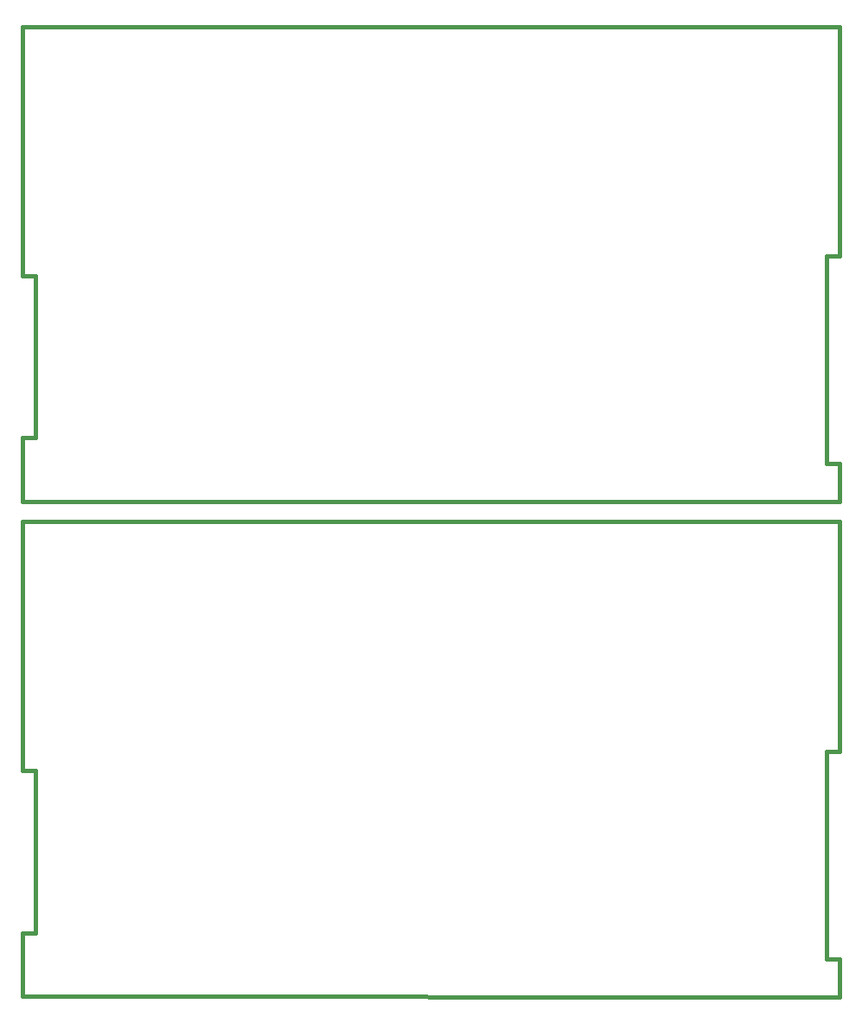
<source format=gm1>
%MOIN*%
%OFA0B0*%
%FSLAX46Y46*%
%IPPOS*%
%LPD*%
%ADD10C,0.015000000000000001*%
%ADD21C,0.015000000000000001*%
%LPD*%
G01*
D10*
X0003150000Y0000945708D02*
X0003149606Y0001830708D01*
X0003150000Y0000145708D02*
X0003149606Y0000000000D01*
X0003100000Y0000145708D02*
X0003150000Y0000145708D01*
X0003100000Y0000945708D02*
X0003100000Y0000145708D01*
X0003150000Y0000945708D02*
X0003100000Y0000945708D01*
X0000000000Y0000245708D02*
X0000000000Y0000000708D01*
X0000000000Y0000870708D02*
X0000000000Y0001830708D01*
X0000050000Y0000870708D02*
X0000000000Y0000870708D01*
X0000050000Y0000245708D02*
X0000050000Y0000870708D01*
X0000000000Y0000245708D02*
X0000050000Y0000245708D01*
X0003149606Y0000000000D02*
X0000000000Y0000000708D01*
X0000000000Y0001830708D02*
X0002992125Y0001830708D01*
X0000000000Y0001062992D02*
X0000000000Y0001830708D01*
X0003149606Y0001830708D02*
X0002992125Y0001830708D01*
G04 next file*
%LPD*%
G04 #@! TF.GenerationSoftware,KiCad,Pcbnew,(5.1.10)-1*
G04 #@! TF.CreationDate,2021-09-22T18:51:58-04:00*
G04 #@! TF.ProjectId,SSB6,53534236-2e6b-4696-9361-645f70636258,1*
G04 #@! TF.SameCoordinates,PX8c7ecc0PY46649b0*
G04 #@! TF.FileFunction,Profile,NP*
G04 Gerber Fmt 4.6, Leading zero omitted, Abs format (unit mm)*
G04 Created by KiCad (PCBNEW (5.1.10)-1) date 2021-09-22 18:51:58*
G01*
G04 APERTURE LIST*
G04 #@! TA.AperFunction,Profile*
G04 #@! TD*
G04 APERTURE END LIST*
D21*
X0003150000Y0002855157D02*
X0003149606Y0003740157D01*
X0003150000Y0002055157D02*
X0003149606Y0001909448D01*
X0003100000Y0002055157D02*
X0003150000Y0002055157D01*
X0003100000Y0002855157D02*
X0003100000Y0002055157D01*
X0003150000Y0002855157D02*
X0003100000Y0002855157D01*
X0000000000Y0002155157D02*
X0000000000Y0001910157D01*
X0000000000Y0002780157D02*
X0000000000Y0003740157D01*
X0000050000Y0002780157D02*
X0000000000Y0002780157D01*
X0000050000Y0002155157D02*
X0000050000Y0002780157D01*
X0000000000Y0002155157D02*
X0000050000Y0002155157D01*
X0003149606Y0001909448D02*
X0000000000Y0001910157D01*
X0000000000Y0003740157D02*
X0002992125Y0003740157D01*
X0000000000Y0002972440D02*
X0000000000Y0003740157D01*
X0003149606Y0003740157D02*
X0002992125Y0003740157D01*
M02*
</source>
